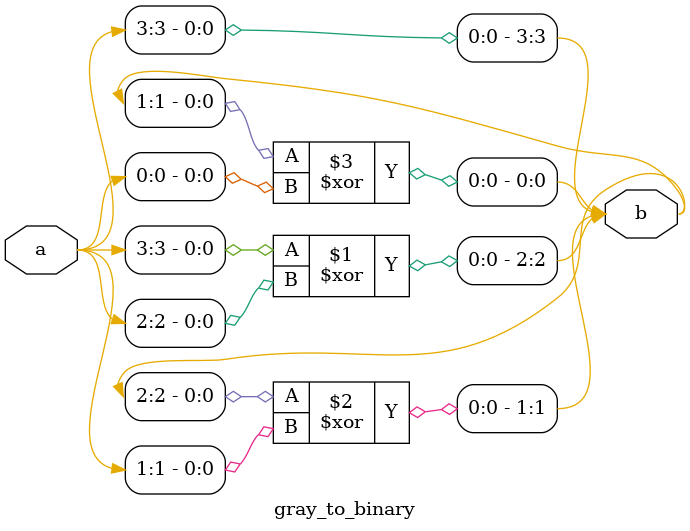
<source format=v>
module gray_to_binary(b, a);
	input [3:0] a;
	output [3:0] b;
	assign b[3] = a[3];
	xor(b[2], b[3], a[2]);
	xor(b[1], b[2], a[1]);
	xor(b[0], b[1], a[0]);
endmodule

</source>
